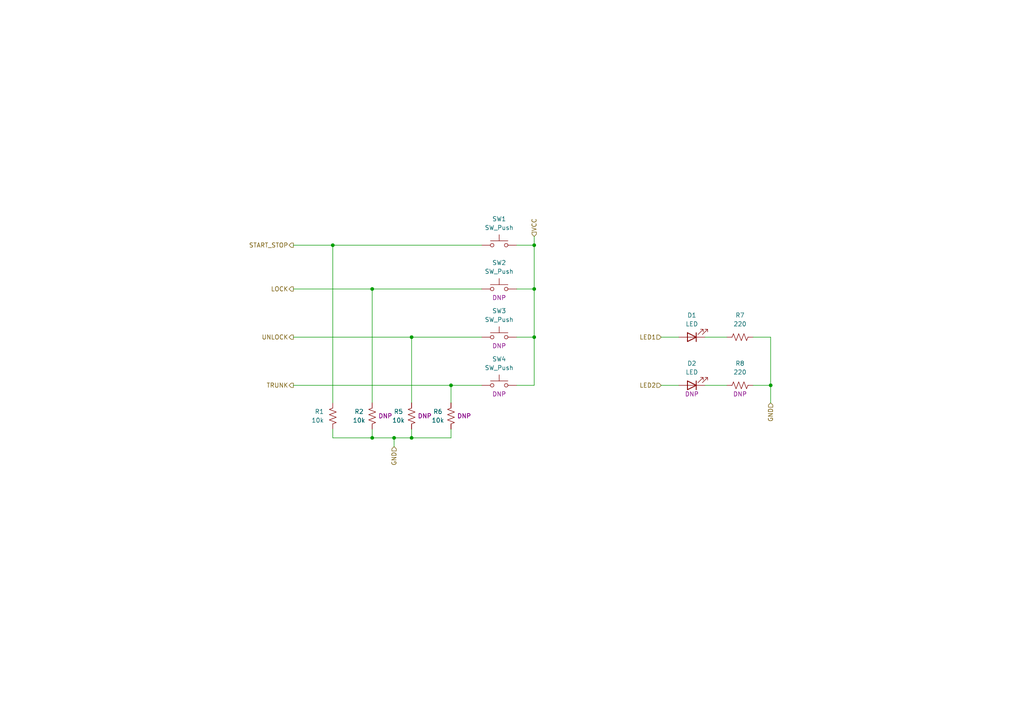
<source format=kicad_sch>
(kicad_sch (version 20230121) (generator eeschema)
  (paper "A4")
  (title_block (title "Key Fob") (date "2023-10-17") (company "J2B"))
  (lib_symbols
    (symbol "Device:LED" (pin_numbers hide) (pin_names (offset 1.016) hide)
      (property "Reference" "D" (at 0 2.54 0))
      (property "Value" "LED" (at 0 -2.54 0))
      (symbol "LED_0_1"
        (polyline (pts (xy -1.27 -1.27) (xy -1.27 1.27)) (stroke (width 0.254)))
        (polyline (pts (xy -1.27 0) (xy 1.27 0)))
        (polyline (pts (xy 1.27 -1.27) (xy 1.27 1.27) (xy -1.27 0) (xy 1.27 -1.27)) (stroke (width 0.254)))
        (polyline (pts (xy -3.048 -0.762) (xy -4.572 -2.286) (xy -3.81 -2.286) (xy -4.572 -2.286) (xy -4.572 -1.524)))
        (polyline (pts (xy -1.778 -0.762) (xy -3.302 -2.286) (xy -2.54 -2.286) (xy -3.302 -2.286) (xy -3.302 -1.524)))
      )
      (symbol "LED_1_1"
        (pin passive line (at -3.81 0 0) (length 2.54) (name "K") (number "1"))
        (pin passive line (at 3.81 0 180) (length 2.54) (name "A") (number "2"))
      )
    )
    (symbol "Device:R_US" (pin_numbers hide) (pin_names (offset 0))
      (property "Reference" "R" (at 2.54 0 90))
      (property "Value" "R_US" (at -2.54 0 90))
      (symbol "R_US_0_1"
        (polyline (pts (xy 0 -2.286) (xy 0 -2.54)))
        (polyline (pts (xy 0 2.286) (xy 0 2.54)))
        (polyline (pts (xy 0 -0.762) (xy 1.016 -1.143) (xy 0 -1.524) (xy -1.016 -1.905) (xy 0 -2.286)))
        (polyline (pts (xy 0 0.762) (xy 1.016 0.381) (xy 0 0) (xy -1.016 -0.381) (xy 0 -0.762)))
        (polyline (pts (xy 0 2.286) (xy 1.016 1.905) (xy 0 1.524) (xy -1.016 1.143) (xy 0 0.762)))
      )
      (symbol "R_US_1_1"
        (pin passive line (at 0 3.81 270) (length 1.27) (name "~") (number "1"))
        (pin passive line (at 0 -3.81 90) (length 1.27) (name "~") (number "2"))
      )
    )
    (symbol "Switch:SW_Push" (pin_numbers hide) (pin_names (offset 1.016) hide)
      (property "Reference" "SW" (at 1.27 2.54 0))
      (property "Value" "SW_Push" (at 0 -1.524 0))
      (symbol "SW_Push_0_1"
        (circle (center -2.032 0) (radius 0.508))
        (polyline (pts (xy 0 1.27) (xy 0 3.048)))
        (polyline (pts (xy 2.54 1.27) (xy -2.54 1.27)))
        (circle (center 2.032 0) (radius 0.508))
        (pin passive line (at -5.08 0 0) (length 2.54) (name "1") (number "1"))
        (pin passive line (at 5.08 0 180) (length 2.54) (name "2") (number "2"))
      )
    )
  )
  (junction (at 154.94 97.79))
  (junction (at 223.52 111.76))
  (junction (at 130.81 111.76))
  (junction (at 96.52 71.12))
  (junction (at 154.94 83.82))
  (junction (at 107.95 83.82))
  (junction (at 154.94 71.12))
  (junction (at 119.38 127))
  (junction (at 114.3 127))
  (junction (at 107.95 127))
  (junction (at 119.38 97.79))
  (wire (pts (xy 191.77 97.79) (xy 196.85 97.79)))
  (wire (pts (xy 96.52 71.12) (xy 139.7 71.12)))
  (wire (pts (xy 96.52 124.46) (xy 96.52 127)))
  (wire (pts (xy 114.3 127) (xy 114.3 129.54)))
  (wire (pts (xy 223.52 111.76) (xy 223.52 116.84)))
  (wire (pts (xy 149.86 97.79) (xy 154.94 97.79)))
  (wire (pts (xy 154.94 71.12) (xy 154.94 83.82)))
  (wire (pts (xy 218.44 97.79) (xy 223.52 97.79)))
  (wire (pts (xy 149.86 71.12) (xy 154.94 71.12)))
  (wire (pts (xy 204.47 111.76) (xy 210.82 111.76)))
  (wire (pts (xy 223.52 97.79) (xy 223.52 111.76)))
  (wire (pts (xy 130.81 124.46) (xy 130.81 127)))
  (wire (pts (xy 85.09 97.79) (xy 119.38 97.79)))
  (wire (pts (xy 119.38 127) (xy 130.81 127)))
  (wire (pts (xy 130.81 111.76) (xy 139.7 111.76)))
  (wire (pts (xy 96.52 127) (xy 107.95 127)))
  (wire (pts (xy 107.95 83.82) (xy 107.95 116.84)))
  (wire (pts (xy 119.38 124.46) (xy 119.38 127)))
  (wire (pts (xy 119.38 116.84) (xy 119.38 97.79)))
  (wire (pts (xy 204.47 97.79) (xy 210.82 97.79)))
  (wire (pts (xy 154.94 83.82) (xy 154.94 97.79)))
  (wire (pts (xy 119.38 97.79) (xy 139.7 97.79)))
  (wire (pts (xy 85.09 111.76) (xy 130.81 111.76)))
  (wire (pts (xy 107.95 127) (xy 114.3 127)))
  (wire (pts (xy 154.94 68.58) (xy 154.94 71.12)))
  (wire (pts (xy 107.95 124.46) (xy 107.95 127)))
  (wire (pts (xy 149.86 83.82) (xy 154.94 83.82)))
  (wire (pts (xy 96.52 71.12) (xy 96.52 116.84)))
  (wire (pts (xy 154.94 97.79) (xy 154.94 111.76)))
  (wire (pts (xy 130.81 111.76) (xy 130.81 116.84)))
  (wire (pts (xy 85.09 71.12) (xy 96.52 71.12)))
  (wire (pts (xy 107.95 83.82) (xy 139.7 83.82)))
  (wire (pts (xy 218.44 111.76) (xy 223.52 111.76)))
  (wire (pts (xy 114.3 127) (xy 119.38 127)))
  (wire (pts (xy 149.86 111.76) (xy 154.94 111.76)))
  (wire (pts (xy 191.77 111.76) (xy 196.85 111.76)))
  (wire (pts (xy 85.09 83.82) (xy 107.95 83.82)))
  (hierarchical_label "VCC" (shape input) (at 154.94 68.58 90))
  (hierarchical_label "LOCK" (shape output) (at 85.09 83.82 180))
  (hierarchical_label "UNLOCK" (shape output) (at 85.09 97.79 180))
  (hierarchical_label "TRUNK" (shape output) (at 85.09 111.76 180))
  (hierarchical_label "GND" (shape input) (at 223.52 116.84 270))
  (hierarchical_label "LED1" (shape input) (at 191.77 97.79 180))
  (hierarchical_label "START_STOP" (shape output) (at 85.09 71.12 180))
  (hierarchical_label "LED2" (shape input) (at 191.77 111.76 180))
  (hierarchical_label "GND" (shape input) (at 114.3 129.54 270))
  (symbol (lib_id "Device:LED") (at 200.66 97.79 180) (unit 1)
    (property "Reference" "D1" (at 200.66 91.44 0))
    (property "Value" "LED" (at 200.66 93.98 0))
  )
  (symbol (lib_id "Device:R_US") (at 119.38 120.65 0) (mirror x) (unit 1)
    (property "Reference" "R5" (at 115.57 119.38 0))
    (property "Value" "10k" (at 115.57 121.92 0))
    (property "Field4" "DNP" (at 123.19 120.65 0))
  )
  (symbol (lib_id "Device:R_US") (at 214.63 97.79 270) (unit 1)
    (property "Reference" "R7" (at 214.63 91.44 90))
    (property "Value" "220" (at 214.63 93.98 90))
  )
  (symbol (lib_id "Device:R_US") (at 130.81 120.65 0) (mirror x) (unit 1)
    (property "Reference" "R6" (at 127 119.38 0))
    (property "Value" "10k" (at 127 121.92 0))
    (property "Field4" "DNP" (at 134.62 120.65 0))
  )
  (symbol (lib_id "Device:R_US") (at 214.63 111.76 270) (unit 1)
    (property "Reference" "R8" (at 214.63 105.41 90))
    (property "Value" "220" (at 214.63 107.95 90))
    (property "Field4" "DNP" (at 214.63 114.3 90))
  )
  (symbol (lib_id "Device:R_US") (at 107.95 120.65 0) (mirror y) (unit 1)
    (property "Reference" "R2" (at 104.14 119.38 0))
    (property "Value" "10k" (at 104.14 121.92 0))
    (property "Field4" "DNP" (at 111.76 120.65 0))
  )
  (symbol (lib_id "Device:R_US") (at 96.52 120.65 0) (mirror x) (unit 1)
    (property "Reference" "R1" (at 93.98 119.38 0) (effects (justify right)))
    (property "Value" "10k" (at 93.98 121.92 0) (effects (justify right)))
  )
  (symbol (lib_id "Switch:SW_Push") (at 144.78 97.79 0) (mirror y) (unit 1)
    (property "Reference" "SW3" (at 144.78 90.17 0))
    (property "Value" "SW_Push" (at 144.78 92.71 0))
    (property "Field4" "DNP" (at 144.78 100.33 0))
  )
  (symbol (lib_id "Switch:SW_Push") (at 144.78 83.82 0) (mirror y) (unit 1)
    (property "Reference" "SW2" (at 144.78 76.2 0))
    (property "Value" "SW_Push" (at 144.78 78.74 0))
    (property "Field4" "DNP" (at 144.78 86.36 0))
  )
  (symbol (lib_id "Switch:SW_Push") (at 144.78 111.76 0) (mirror y) (unit 1)
    (property "Reference" "SW4" (at 144.78 104.14 0))
    (property "Value" "SW_Push" (at 144.78 106.68 0))
    (property "Field4" "DNP" (at 144.78 114.3 0))
  )
  (symbol (lib_id "Switch:SW_Push") (at 144.78 71.12 0) (mirror y) (unit 1)
    (property "Reference" "SW1" (at 144.78 63.5 0))
    (property "Value" "SW_Push" (at 144.78 66.04 0))
  )
  (symbol (lib_id "Device:LED") (at 200.66 111.76 180) (unit 1)
    (property "Reference" "D2" (at 200.66 105.41 0))
    (property "Value" "LED" (at 200.66 107.95 0))
    (property "Field4" "DNP" (at 200.66 114.3 0))
  )
)
</source>
